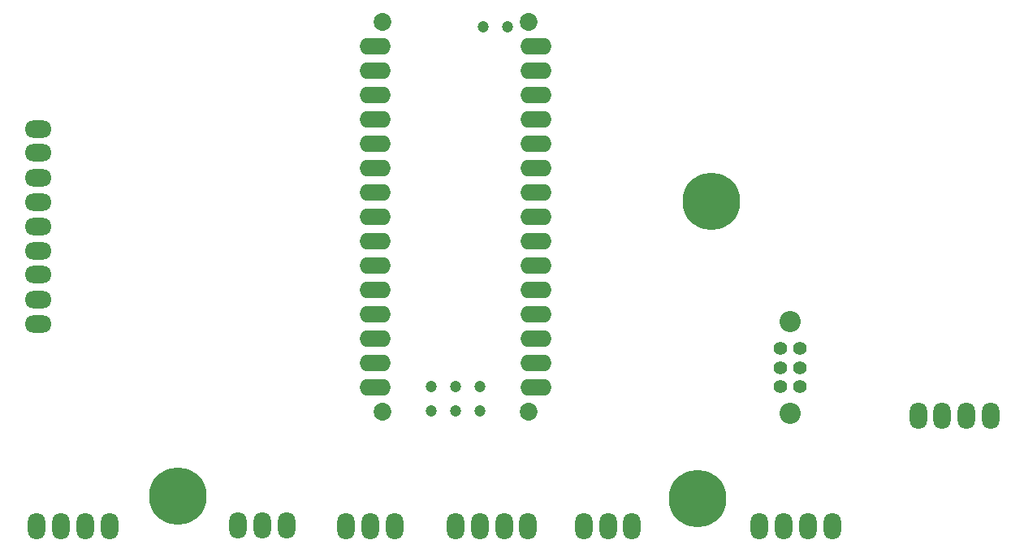
<source format=gbs>
G04*
G04 #@! TF.GenerationSoftware,Altium Limited,Altium Designer,21.0.9 (235)*
G04*
G04 Layer_Color=16711935*
%FSLAX44Y44*%
%MOMM*%
G71*
G04*
G04 #@! TF.SameCoordinates,A596C356-34D0-456B-85E7-90C285C8AFC8*
G04*
G04*
G04 #@! TF.FilePolarity,Negative*
G04*
G01*
G75*
%ADD44O,1.8032X2.8032*%
%ADD45C,2.2032*%
%ADD46C,1.4032*%
%ADD47C,1.2032*%
%ADD48C,1.8542*%
%ADD49O,3.2512X1.7272*%
%ADD50O,2.8032X1.8032*%
%ADD51C,6.0000*%
D44*
X476700Y31750D02*
D03*
X502100D02*
D03*
X552500D02*
D03*
X527500D02*
D03*
X1035304Y146812D02*
D03*
X1009904D02*
D03*
X959504D02*
D03*
X984504D02*
D03*
X844650Y32250D02*
D03*
X869650D02*
D03*
X819250D02*
D03*
X793850D02*
D03*
X40352Y32000D02*
D03*
X65752D02*
D03*
X116152D02*
D03*
X91152D02*
D03*
X300777Y32500D02*
D03*
X275777D02*
D03*
X250377D02*
D03*
X413250Y32250D02*
D03*
X388250D02*
D03*
X362850D02*
D03*
X610500Y31750D02*
D03*
X635900D02*
D03*
X660900D02*
D03*
D45*
X825500Y245250D02*
D03*
Y149250D02*
D03*
D46*
X815500Y217250D02*
D03*
Y197250D02*
D03*
Y177250D02*
D03*
X835500Y217250D02*
D03*
Y197250D02*
D03*
Y177250D02*
D03*
D47*
X476700Y177720D02*
D03*
X502100Y152320D02*
D03*
Y177720D02*
D03*
X476700Y152320D02*
D03*
X451300D02*
D03*
Y177720D02*
D03*
X505910Y552620D02*
D03*
X531310D02*
D03*
D48*
X552900Y151300D02*
D03*
X400500D02*
D03*
Y557700D02*
D03*
X552900D02*
D03*
D49*
X392880Y176700D02*
D03*
Y202100D02*
D03*
Y227500D02*
D03*
Y252900D02*
D03*
Y278300D02*
D03*
Y303700D02*
D03*
Y329100D02*
D03*
Y354500D02*
D03*
Y379900D02*
D03*
Y405300D02*
D03*
Y430700D02*
D03*
Y456100D02*
D03*
Y481500D02*
D03*
Y506900D02*
D03*
Y532300D02*
D03*
X560520Y176700D02*
D03*
D03*
Y202100D02*
D03*
Y227500D02*
D03*
Y252900D02*
D03*
Y278300D02*
D03*
Y303700D02*
D03*
Y329100D02*
D03*
Y354500D02*
D03*
Y379900D02*
D03*
Y405300D02*
D03*
Y430700D02*
D03*
Y456100D02*
D03*
Y481500D02*
D03*
Y506900D02*
D03*
Y532300D02*
D03*
D50*
X41402Y344678D02*
D03*
Y370078D02*
D03*
Y446278D02*
D03*
Y421278D02*
D03*
Y395478D02*
D03*
Y268478D02*
D03*
Y294278D02*
D03*
Y319278D02*
D03*
Y243078D02*
D03*
D51*
X743750Y371000D02*
D03*
X729250Y60734D02*
D03*
X187500Y62984D02*
D03*
M02*

</source>
